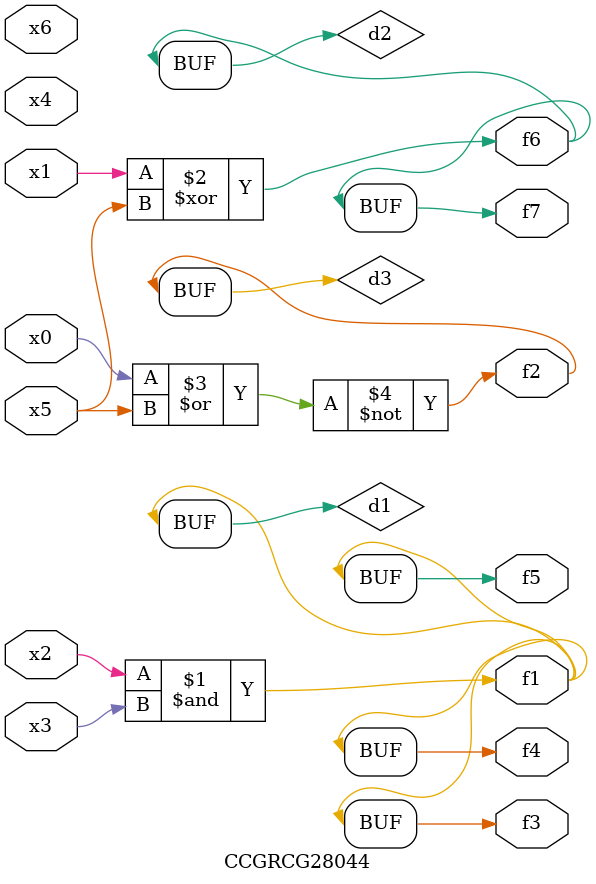
<source format=v>
module CCGRCG28044(
	input x0, x1, x2, x3, x4, x5, x6,
	output f1, f2, f3, f4, f5, f6, f7
);

	wire d1, d2, d3;

	and (d1, x2, x3);
	xor (d2, x1, x5);
	nor (d3, x0, x5);
	assign f1 = d1;
	assign f2 = d3;
	assign f3 = d1;
	assign f4 = d1;
	assign f5 = d1;
	assign f6 = d2;
	assign f7 = d2;
endmodule

</source>
